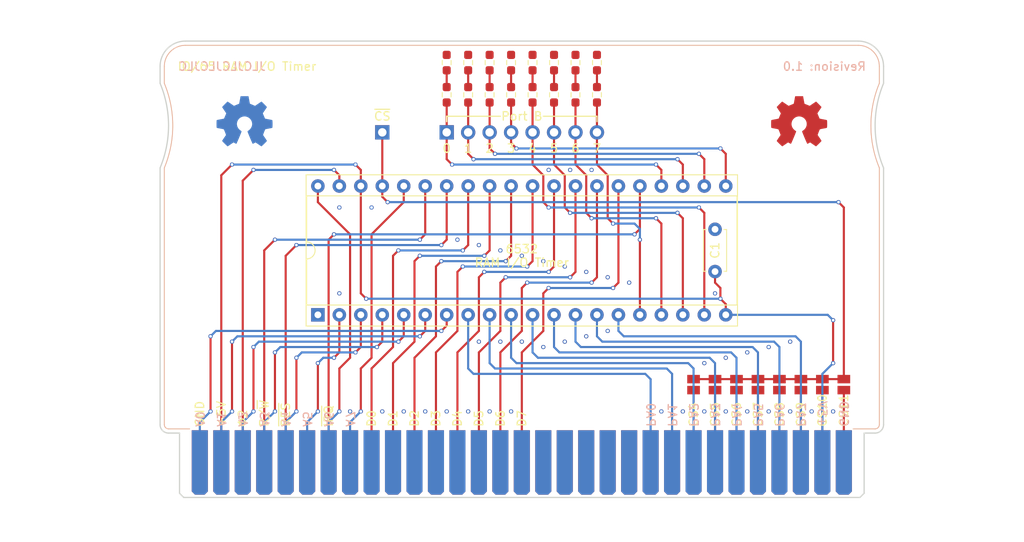
<source format=kicad_pcb>
(kicad_pcb (version 20211014) (generator pcbnew)
  (layers (0 "F.Cu" signal) (31 "B.Cu" signal) (34 "B.Paste" user) (35 "F.Paste" user) (36 "B.SilkS" user "B.Silkscreen") (37 "F.SilkS" user "F.Silkscreen") (38 "B.Mask" user) (39 "F.Mask" user) (44 "Edge.Cuts" user))
  (net 0 "")
  (net 1 "GND")
  (net 2 "Φ2")
  (net 3 "R{slash}~{W}")
  (net 4 "~{RES}")
  (net 6 "~{IRQ}")
  (net 8 "D7")
  (net 9 "D6")
  (net 10 "D5")
  (net 11 "D4")
  (net 12 "D3")
  (net 13 "D2")
  (net 14 "D1")
  (net 15 "D0")
  (net 22 "CS10")
  (net 23 "CS11")
  (net 24 "CS4")
  (net 25 "CS5")
  (net 26 "CS6")
  (net 27 "CS7")
  (net 28 "CS8")
  (net 29 "CS9")
  (net 38 "A7")
  (net 39 "A6")
  (net 40 "A5")
  (net 41 "A4")
  (net 42 "A3")
  (net 43 "A2")
  (net 44 "A1")
  (net 45 "A0")
  (net 46 "PA7")
  (net 47 "PA6")
  (net 48 "PA5")
  (net 49 "PA4")
  (net 50 "PA3")
  (net 51 "PA2")
  (net 52 "PA1")
  (net 53 "PA0")
  (net 56 "VCC")
  (net 61 "PB0")
  (net 62 "PB1")
  (net 63 "PB2")
  (net 64 "PB3")
  (net 65 "PB4")
  (net 66 "PB5")
  (net 67 "PB6")
  (net 68 "PB7")
  (net 69 "Net-(J2-Pad1)")
  (net 70 "Net-(D1-Pad1)")
  (net 71 "Net-(D2-Pad1)")
  (net 72 "Net-(D3-Pad1)")
  (net 73 "Net-(D4-Pad1)")
  (net 74 "Net-(D5-Pad1)")
  (net 75 "Net-(D6-Pad1)")
  (net 76 "Net-(D7-Pad1)")
  (net 77 "Net-(D8-Pad1)")
  (footprint "Resistor_SMD:R_0603_1608Metric_Pad0.98x0.95mm_HandSolder" (layer "F.Cu") (at -3.81 -20.955 90)
    (fp_text reference "R3" hide)
    (fp_text value "R" hide)
  )
  (footprint "Resistor_SMD:R_0603_1608Metric_Pad0.98x0.95mm_HandSolder" (layer "F.Cu") (at 1.27 -17.145 -90)
    (fp_text reference "D5" hide)
    (fp_text value "LED" hide)
  )
  (footprint "Resistor_SMD:R_0603_1608Metric_Pad0.98x0.95mm_HandSolder" (layer "F.Cu") (at -1.27 -20.955 90)
    (fp_text reference "R4" hide)
    (fp_text value "R" hide)
  )
  (footprint "Resistor_SMD:R_0603_1608Metric_Pad0.98x0.95mm_HandSolder" (layer "F.Cu") (at -6.35 -17.145 -90)
    (fp_text reference "D2" hide)
    (fp_text value "LED" hide)
  )
  (footprint "IO65:BUS_PC_M" (layer "F.Cu") (at 0 26.36)
    (fp_text reference "Edge1" hide)
    (fp_text value "Edge Connector" hide)
  )
  (footprint "Resistor_SMD:R_0603_1608Metric_Pad0.98x0.95mm_HandSolder" (layer "F.Cu") (at 6.35 -20.955 90)
    (fp_text reference "R7" hide)
    (fp_text value "R" hide)
  )
  (footprint "Jumper:SolderJumper-2_P1.3mm_Open_Pad1.0x1.5mm" (layer "F.Cu") (at 38.1 17.145 -90)
    (fp_text reference "JP8" hide)
    (fp_text value "SolderJumper_2_Open" hide)
  )
  (footprint "Resistor_SMD:R_0603_1608Metric_Pad0.98x0.95mm_HandSolder" (layer "F.Cu") (at -8.89 -17.145 -90)
    (fp_text reference "D1" hide)
    (fp_text value "LED" hide)
  )
  (footprint "Symbol:OSHW-Symbol_6.7x6mm_Copper" (layer "F.Cu") (at 32.8 -14)
    (fp_text reference "LogoFrontMask" hide)
    (fp_text value "OSHW-Symbol_6.7x6mm_Copper" hide)
  )
  (footprint "Resistor_SMD:R_0603_1608Metric_Pad0.98x0.95mm_HandSolder" (layer "F.Cu") (at 6.35 -17.145 -90)
    (fp_text reference "D7" hide)
    (fp_text value "LED" hide)
  )
  (footprint "Jumper:SolderJumper-2_P1.3mm_Open_Pad1.0x1.5mm" (layer "F.Cu") (at 25.4 17.145 -90)
    (fp_text reference "JP3" hide)
    (fp_text value "SolderJumper_2_Open" hide)
  )
  (footprint "Resistor_SMD:R_0603_1608Metric_Pad0.98x0.95mm_HandSolder" (layer "F.Cu") (at 3.81 -20.955 90)
    (fp_text reference "R6" hide)
    (fp_text value "R" hide)
  )
  (footprint "Package_DIP:DIP-40_W15.24mm_Socket" (layer "F.Cu") (at -24.13 8.89 90)
    (fp_text reference "U1" hide)
    (fp_text value "6532" hide)
  )
  (footprint "Resistor_SMD:R_0603_1608Metric_Pad0.98x0.95mm_HandSolder" (layer "F.Cu") (at -1.27 -17.145 -90)
    (fp_text reference "D4" hide)
    (fp_text value "LED" hide)
  )
  (footprint "Jumper:SolderJumper-2_P1.3mm_Open_Pad1.0x1.5mm" (layer "F.Cu") (at 35.56 17.145 -90)
    (fp_text reference "JP7" hide)
    (fp_text value "SolderJumper_2_Open" hide)
  )
  (footprint "Resistor_SMD:R_0603_1608Metric_Pad0.98x0.95mm_HandSolder" (layer "F.Cu") (at 1.27 -20.955 90)
    (fp_text reference "R5" hide)
    (fp_text value "R" hide)
  )
  (footprint "Resistor_SMD:R_0603_1608Metric_Pad0.98x0.95mm_HandSolder" (layer "F.Cu") (at -8.89 -20.955 90)
    (fp_text reference "R1" hide)
    (fp_text value "R" hide)
  )
  (footprint "Jumper:SolderJumper-2_P1.3mm_Open_Pad1.0x1.5mm" (layer "F.Cu") (at 33.02 17.145 -90)
    (fp_text reference "JP6" hide)
    (fp_text value "SolderJumper_2_Open" hide)
  )
  (footprint "Jumper:SolderJumper-2_P1.3mm_Open_Pad1.0x1.5mm" (layer "F.Cu") (at 27.94 17.145 -90)
    (fp_text reference "JP4" hide)
    (fp_text value "SolderJumper_2_Open" hide)
  )
  (footprint "Jumper:SolderJumper-2_P1.3mm_Open_Pad1.0x1.5mm" (layer "F.Cu") (at 20.32 17.145 -90)
    (fp_text reference "JP1" hide)
    (fp_text value "SolderJumper_2_Open" hide)
  )
  (footprint "Resistor_SMD:R_0603_1608Metric_Pad0.98x0.95mm_HandSolder" (layer "F.Cu") (at 3.81 -17.145 -90)
    (fp_text reference "D6" hide)
    (fp_text value "LED" hide)
  )
  (footprint "Capacitor_THT:C_Disc_D4.7mm_W2.5mm_P5.00mm" (layer "F.Cu") (at 22.86 3.77 90)
    (fp_text reference "C1")
    (fp_text value "0.1uF" hide)
  )
  (footprint "Resistor_SMD:R_0603_1608Metric_Pad0.98x0.95mm_HandSolder" (layer "F.Cu") (at 8.89 -20.955 90)
    (fp_text reference "R8" hide)
    (fp_text value "R" hide)
  )
  (footprint "Symbol:OSHW-Symbol_6.7x6mm_Copper" (layer "F.Cu") (at 32.8 -14)
    (fp_text reference "LogoFront" hide)
    (fp_text value "OSHW-Symbol_6.7x6mm_Copper" hide)
  )
  (footprint "Resistor_SMD:R_0603_1608Metric_Pad0.98x0.95mm_HandSolder" (layer "F.Cu") (at -3.81 -17.145 -90)
    (fp_text reference "D3" hide)
    (fp_text value "LED" hide)
  )
  (footprint "Resistor_SMD:R_0603_1608Metric_Pad0.98x0.95mm_HandSolder" (layer "F.Cu") (at -6.35 -20.955 90)
    (fp_text reference "R2" hide)
    (fp_text value "R" hide)
  )
  (footprint "Resistor_SMD:R_0603_1608Metric_Pad0.98x0.95mm_HandSolder" (layer "F.Cu") (at 8.89 -17.145 -90)
    (fp_text reference "D8" hide)
    (fp_text value "LED" hide)
  )
  (footprint "Jumper:SolderJumper-2_P1.3mm_Open_Pad1.0x1.5mm" (layer "F.Cu") (at 22.86 17.145 -90)
    (fp_text reference "JP2" hide)
    (fp_text value "SolderJumper_2_Open" hide)
  )
  (footprint "Jumper:SolderJumper-2_P1.3mm_Open_Pad1.0x1.5mm" (layer "F.Cu") (at 30.48 17.145 -90)
    (fp_text reference "JP5" hide)
    (fp_text value "SolderJumper_2_Open" hide)
  )
  (footprint "Connector_PinSocket_2.54mm:PinSocket_1x01_P2.54mm_Horizontal" (layer "B.Cu") (at -16.51 -12.7 -90)
    (fp_text reference "J2" hide)
    (fp_text value "Conn_01x01" hide)
  )
  (footprint "Symbol:OSHW-Symbol_6.7x6mm_Copper" (layer "B.Cu") (at -32.8 -14 180)
    (fp_text reference "LogoBack" hide)
    (fp_text value "OSHW-Symbol_6.7x6mm_Copper" hide)
  )
  (footprint "Connector_PinSocket_2.54mm:PinSocket_1x08_P2.54mm_Horizontal" (layer "B.Cu") (at -8.89 -12.7 -90)
    (fp_text reference "J1" hide)
    (fp_text value "Conn_01x08" hide)
  )
  (footprint "Symbol:OSHW-Symbol_6.7x6mm_Copper" (layer "B.Cu") (at -32.8 -14 180)
    (fp_text reference "LogoBackMask" hide)
    (fp_text value "OSHW-Symbol_6.7x6mm_Copper" hide)
  )
  (gr_arc (start 42.3 21.88) (mid 42.153553 22.233553) (end 41.8 22.38) (layer "B.SilkS") (width 0.1))
  (gr_line (start -39.8 -23) (end 39.8 -23) (layer "B.SilkS") (width 0.1))
  (gr_line (start 42.3 -8.5) (end 42.3 21.88) (layer "B.SilkS") (width 0.1))
  (gr_arc (start -41.8 22.38) (mid -42.153553 22.233553) (end -42.3 21.88) (layer "B.SilkS") (width 0.1))
  (gr_line (start 42.3 -20.5) (end 42.3 -18.5) (layer "B.SilkS") (width 0.1))
  (gr_line (start -41.8 22.38) (end -39.3 22.38) (layer "B.SilkS") (width 0.1))
  (gr_arc (start -42.3 -20.5) (mid -41.567767 -22.267767) (end -39.8 -23) (layer "B.SilkS") (width 0.1))
  (gr_line (start -42.3 -20.5) (end -42.3 -18.5) (layer "B.SilkS") (width 0.1))
  (gr_arc (start 42.3 -8.5) (mid 41.300901 -13.5) (end 42.3 -18.5) (layer "B.SilkS") (width 0.1))
  (gr_arc (start 39.8 -23) (mid 41.567767 -22.267767) (end 42.3 -20.5) (layer "B.SilkS") (width 0.1))
  (gr_line (start -42.3 21.88) (end -42.3 -8.5) (layer "B.SilkS") (width 0.1))
  (gr_arc (start -42.3 -18.5) (mid -41.300901 -13.5) (end -42.3 -8.5) (layer "B.SilkS") (width 0.1))
  (gr_line (start 41.8 22.38) (end 39.2 22.38) (layer "B.SilkS") (width 0.1))
  (gr_line (start -8.89 -13.97) (end -8.89 -14.605) (layer "F.SilkS") (width 0.15))
  (gr_arc (start -42.3 -20.5) (mid -41.567767 -22.267767) (end -39.8 -23) (layer "F.SilkS") (width 0.1))
  (gr_line (start -39.8 -23) (end 39.8 -23) (layer "F.SilkS") (width 0.1))
  (gr_line (start 41.8 22.38) (end 39.2 22.38) (layer "F.SilkS") (width 0.1))
  (gr_arc (start -41.8 22.38) (mid -42.153553 22.233553) (end -42.3 21.88) (layer "F.SilkS") (width 0.1))
  (gr_arc (start 42.3 21.88) (mid 42.153553 22.233553) (end 41.8 22.38) (layer "F.SilkS") (width 0.1))
  (gr_line (start 42.3 -20.5) (end 42.3 -18.5) (layer "F.SilkS") (width 0.1))
  (gr_arc (start -42.3 -18.5) (mid -41.300901 -13.5) (end -42.3 -8.5) (layer "F.SilkS") (width 0.1))
  (gr_arc (start 42.3 -8.5) (mid 41.300901 -13.5) (end 42.3 -18.5) (layer "F.SilkS") (width 0.1))
  (gr_line (start -42.3 -20.5) (end -42.3 -18.5) (layer "F.SilkS") (width 0.1))
  (gr_line (start 8.89 -13.97) (end 8.89 -14.605) (layer "F.SilkS") (width 0.15))
  (gr_arc (start 39.8 -23) (mid 41.567767 -22.267767) (end 42.3 -20.5) (layer "F.SilkS") (width 0.1))
  (gr_line (start 42.3 -8.5) (end 42.3 21.88) (layer "F.SilkS") (width 0.1))
  (gr_line (start -42.3 21.88) (end -42.3 -8.5) (layer "F.SilkS") (width 0.1))
  (gr_line (start 8.89 -14.605) (end 2.54 -14.605) (layer "F.SilkS") (width 0.15))
  (gr_line (start -8.89 -14.605) (end -2.54 -14.605) (layer "F.SilkS") (width 0.15))
  (gr_line (start -41.8 22.38) (end -39.3 22.38) (layer "F.SilkS") (width 0.1))
  (gr_arc (start 42.8 21.88) (mid 42.507107 22.587107) (end 41.8 22.88) (layer "Edge.Cuts") (width 0.15))
  (gr_line (start 40.5 22.88) (end 40.5 30) (layer "Edge.Cuts") (width 0.15))
  (gr_line (start 40.5 22.88) (end 41.8 22.88) (layer "Edge.Cuts") (width 0.15))
  (gr_line (start -40.5 22.88) (end -40.5 30) (layer "Edge.Cuts") (width 0.15))
  (gr_arc (start 39.8 -23.5) (mid 41.92132 -22.62132) (end 42.8 -20.5) (layer "Edge.Cuts") (width 0.15))
  (gr_line (start -40.5 22.88) (end -41.8 22.88) (layer "Edge.Cuts") (width 0.15))
  (gr_line (start -42.8 21.88) (end -42.8 -8.5) (layer "Edge.Cuts") (width 0.15))
  (gr_line (start -40 30.5) (end 40 30.5) (layer "Edge.Cuts") (width 0.15))
  (gr_arc (start 42.8 -8.5) (mid 41.800901 -13.5) (end 42.8 -18.5) (layer "Edge.Cuts") (width 0.15))
  (gr_line (start -42.8 -20.5) (end -42.8 -18.5) (layer "Edge.Cuts") (width 0.15))
  (gr_line (start -40.5 30) (end -40 30.5) (layer "Edge.Cuts") (width 0.15))
  (gr_arc (start -42.8 -20.5) (mid -41.92132 -22.62132) (end -39.8 -23.5) (layer "Edge.Cuts") (width 0.15))
  (gr_line (start -39.8 -23.5) (end 39.8 -23.5) (layer "Edge.Cuts") (width 0.15))
  (gr_arc (start -41.8 22.88) (mid -42.507107 22.587107) (end -42.8 21.88) (layer "Edge.Cuts") (width 0.15))
  (gr_line (start 42.8 -20.5) (end 42.8 -18.5) (layer "Edge.Cuts") (width 0.15))
  (gr_line (start 40 30.5) (end 40.5 30) (layer "Edge.Cuts") (width 0.15))
  (gr_arc (start -42.8 -18.5) (mid -41.800901 -13.5) (end -42.8 -8.5) (layer "Edge.Cuts") (width 0.15))
  (gr_line (start 42.8 -8.5) (end 42.8 21.88) (layer "Edge.Cuts") (width 0.15))
  (gr_text "PA2" (at 20.32 22.225 270) (layer "B.SilkS") (effects (font (size 1 1)) (justify left mirror)))
  (gr_text "A4" (at -27.94 22.225 270) (layer "B.SilkS") (effects (font (size 1 1)) (justify left mirror)))
  (gr_text "A6" (at -22.86 22.225 270) (layer "B.SilkS") (effects (font (size 1 1)) (justify left mirror)))
  (gr_text "JLCJLCJLCJLC" (at -40.7 -20.5) (layer "B.SilkS") (effects (font (size 1 1)) (justify right mirror)))
  (gr_text "PA4" (at 25.4 22.225 270) (layer "B.SilkS") (effects (font (size 1 1)) (justify left mirror)))
  (gr_text "GND" (at 38.1 22.225 -90) (layer "B.SilkS") (effects (font (size 1 1)) (justify left mirror)))
  (gr_text "A3" (at -30.48 22.225 270) (layer "B.SilkS") (effects (font (size 1 1)) (justify left mirror)))
  (gr_text "+5V" (at 35.56 22.225 -90) (layer "B.SilkS") (effects (font (size 1 1)) (justify left mirror)))
  (gr_text "Revision: 1.0" (at 40.799995 -20.5) (layer "B.SilkS") (effects (font (size 1 1)) (justify left mirror)))
  (gr_text "A7" (at -20.32 22.225 270) (layer "B.SilkS") (effects (font (size 1 1)) (justify left mirror)))
  (gr_text "A5" (at -25.4 22.225 270) (layer "B.SilkS") (effects (font (size 1 1)) (justify left mirror)))
  (gr_text "PA5" (at 27.94 22.225 270) (layer "B.SilkS") (effects (font (size 1 1)) (justify left mirror)))
  (gr_text "PA7" (at 33.02 22.225 270) (layer "B.SilkS") (effects (font (size 1 1)) (justify left mirror)))
  (gr_text "PA0" (at 15.24 22.225 270) (layer "B.SilkS") (effects (font (size 1 1)) (justify left mirror)))
  (gr_text "PA3" (at 22.86 22.225 270) (layer "B.SilkS") (effects (font (size 1 1)) (justify left mirror)))
  (gr_text "A0" (at -38.1 22.225 270) (layer "B.SilkS") (effects (font (size 1 1)) (justify left mirror)))
  (gr_text "A2" (at -33.02 22.225 270) (layer "B.SilkS") (effects (font (size 1 1)) (justify left mirror)))
  (gr_text "PA6" (at 30.48 22.225 270) (layer "B.SilkS") (effects (font (size 1 1)) (justify left mirror)))
  (gr_text "PA1" (at 17.78 22.225 270) (layer "B.SilkS") (effects (font (size 1 1)) (justify left mirror)))
  (gr_text "A1" (at -35.56 22.225 270) (layer "B.SilkS") (effects (font (size 1 1)) (justify left mirror)))
  (gr_text "CS9" (at 33.02 22.225 90) (layer "F.SilkS") (effects (font (size 1 1)) (justify left)))
  (gr_text "" (at 15.24 -15.24) (layer "F.SilkS") (effects (font (size 1.27 1.27))))
  (gr_text "" (at 15.24 -15.24) (layer "F.SilkS") (effects (font (size 1.27 1.27))))
  (gr_text "" (at 20.32 -15.24) (layer "F.SilkS") (effects (font (size 1.27 1.27))))
  (gr_text "Port B" (at 0 -14.605) (layer "F.SilkS") (effects (font (size 1 1))))
  (gr_text "R/~{W}" (at -30.48 22.225 90) (layer "F.SilkS") (effects (font (size 1 1)) (justify left)))
  (gr_text "IO/65 RAM I/O Timer" (at -40.799999 -20.5) (layer "F.SilkS") (effects (font (size 1 1)) (justify left)))
  (gr_text "" (at 10.16 -15.24) (layer "F.SilkS") (effects (font (size 1.27 1.27))))
  (gr_text "" (at 40.64 -15.24) (layer "F.SilkS") (effects (font (size 1.27 1.27))))
  (gr_text "" (at -24.13 -10.795) (layer "F.SilkS") (effects (font (size 1.27 1.27))))
  (gr_text "6532\nRAM I/O Timer" (at 0 1.905) (layer "F.SilkS") (effects (font (size 1 1))))
  (gr_text "CS6" (at 25.4 22.225 90) (layer "F.SilkS") (effects (font (size 1 1)) (justify left)))
  (gr_text "" (at 33.02 -15.24) (layer "F.SilkS") (effects (font (size 1.27 1.27))))
  (gr_text "" (at 10.16 -15.24) (layer "F.SilkS") (effects (font (size 1.27 1.27))))
  (gr_text "" (at 38.1 -15.24) (layer "F.SilkS") (effects (font (size 1.27 1.27))))
  (gr_text "" (at 30.48 -15.24) (layer "F.SilkS") (effects (font (size 1.27 1.27))))
  (gr_text "" (at 25.4 -15.24) (layer "F.SilkS") (effects (font (size 1.27 1.27))))
  (gr_text "" (at 5.08 -15.24) (layer "F.SilkS") (effects (font (size 1.27 1.27))))
  (gr_text "" (at 12.7 -15.24) (layer "F.SilkS") (effects (font (size 1.27 1.27))))
  (gr_text "" (at 20.32 -15.24) (layer "F.SilkS") (effects (font (size 1.27 1.27))))
  (gr_text "CS7" (at 27.94 22.225 90) (layer "F.SilkS") (effects (font (size 1 1)) (justify left)))
  (gr_text "4" (at 1.27 -10.795) (layer "F.SilkS") (effects (font (size 1 1))))
  (gr_text "" (at 17.365 -9.495) (layer "F.SilkS") (effects (font (size 1.27 1.27))))
  (gr_text "" (at 12.7 -15.24) (layer "F.SilkS") (effects (font (size 1.27 1.27))))
  (gr_text "" (at 17.78 -15.24) (layer "F.SilkS") (effects (font (size 1.27 1.27))))
  (gr_text "" (at -24.13 -10.795) (layer "F.SilkS") (effects (font (size 1.27 1.27))))
  (gr_text "" (at 27.94 -15.24) (layer "F.SilkS") (effects (font (size 1.27 1.27))))
  (gr_text "7" (at 8.89 -10.795) (layer "F.SilkS") (effects (font (size 1 1))))
  (gr_text "" (at -19.05 -10.795) (layer "F.SilkS") (effects (font (size 1.27 1.27))))
  (gr_text "CS11" (at 38.1 22.225 90) (layer "F.SilkS") (effects (font (size 1 1)) (justify left)))
  (gr_text "CS8" (at 30.48 22.225 90) (layer "F.SilkS") (effects (font (size 1 1)) (justify left)))
  (gr_text "D4" (at -7.62 22.225 90) (layer "F.SilkS") (effects (font (size 1 1)) (justify left)))
  (gr_text "GND" (at -38.1 22.225 90) (layer "F.SilkS") (effects (font (size 1 1)) (justify left)))
  (gr_text "" (at 35.56 -15.24) (layer "F.SilkS") (effects (font (size 1.27 1.27))))
  (gr_text "CS10" (at 35.56 22.225 90) (layer "F.SilkS") (effects (font (size 1 1)) (justify left)))
  (gr_text "" (at 38.1 -15.24) (layer "F.SilkS") (effects (font (size 1.27 1.27))))
  (gr_text "~{IRQ}" (at -22.86 22.225 90) (layer "F.SilkS") (effects (font (size 1 1)) (justify left)))
  (gr_text "D1" (at -15.24 22.225 90) (layer "F.SilkS") (effects (font (size 1 1)) (justify left)))
  (gr_text "" (at 19.905 -9.495) (layer "F.SilkS") (effects (font (size 1.27 1.27))))
  (gr_text "~{RES}" (at -27.94 22.225 90) (layer "F.SilkS") (effects (font (size 1 1)) (justify left)))
  (gr_text "D7" (at 0 22.225 90) (layer "F.SilkS") (effects (font (size 1 1)) (justify left)))
  (gr_text "" (at -19.05 -10.795) (layer "F.SilkS") (effects (font (size 1.27 1.27))))
  (gr_text "D6" (at -2.54 22.225 90) (layer "F.SilkS") (effects (font (size 1 1)) (justify left)))
  (gr_text "1" (at -6.35 -10.795) (layer "F.SilkS") (effects (font (size 1 1))))
  (gr_text "" (at 25.4 -15.24) (layer "F.SilkS") (effects (font (size 1.27 1.27))))
  (gr_text "6" (at 6.35 -10.795) (layer "F.SilkS") (effects (font (size 1 1))))
  (gr_text "D3" (at -10.16 22.225 90) (layer "F.SilkS") (effects (font (size 1 1)) (justify left)))
  (gr_text "3" (at -1.27 -10.795) (layer "F.SilkS") (effects (font (size 1 1))))
  (gr_text "Φ2" (at -33.02 22.225 90) (layer "F.SilkS") (effects (font (size 1 1)) (justify left)))
  (gr_text "" (at 19.905 -9.495) (layer "F.SilkS") (effects (font (size 1.27 1.27))))
  (gr_text "D2" (at -12.7 22.225 90) (layer "F.SilkS") (effects (font (size 1 1)) (justify left)))
  (gr_text "" (at 7.62 -15.24) (layer "F.SilkS") (effects (font (size 1.27 1.27))))
  (gr_text "" (at 5.08 -15.24) (layer "F.SilkS") (effects (font (size 1.27 1.27))))
  (gr_text "" (at 40.64 -15.24) (layer "F.SilkS") (effects (font (size 1.27 1.27))))
  (gr_text "" (at 33.02 -15.24) (layer "F.SilkS") (effects (font (size 1.27 1.27))))
  (gr_text "" (at 22.445 -9.495) (layer "F.SilkS") (effects (font (size 1.27 1.27))))
  (gr_text "D5" (at -5.08 22.225 90) (layer "F.SilkS") (effects (font (size 1 1)) (justify left)))
  (gr_text "2" (at -3.81 -10.795) (layer "F.SilkS") (effects (font (size 1 1))))
  (gr_text "" (at 7.62 -15.24) (layer "F.SilkS") (effects (font (size 1.27 1.27))))
  (gr_text "CS4" (at 20.32 22.225 90) (layer "F.SilkS") (effects (font (size 1 1)) (justify left)))
  (gr_text "" (at 35.56 -15.24) (layer "F.SilkS") (effects (font (size 1.27 1.27))))
  (gr_text "CS5" (at 22.86 22.225 90) (layer "F.SilkS") (effects (font (size 1 1)) (justify left)))
  (gr_text "5" (at 3.81 -10.795) (layer "F.SilkS") (effects (font (size 1 1))))
  (gr_text "" (at 22.86 -15.24) (layer "F.SilkS") (effects (font (size 1.27 1.27))))
  (gr_text "" (at 27.94 -15.24) (layer "F.SilkS") (effects (font (size 1.27 1.27))))
  (gr_text "+5V" (at -35.56 22.225 90) (layer "F.SilkS") (effects (font (size 1 1)) (justify left)))
  (gr_text "D0" (at -17.78 22.225 90) (layer "F.SilkS") (effects (font (size 1 1)) (justify left)))
  (gr_text "" (at 17.365 -9.495) (layer "F.SilkS") (effects (font (size 1.27 1.27))))
  (gr_text "" (at 17.78 -15.24) (layer "F.SilkS") (effects (font (size 1.27 1.27))))
  (gr_text "" (at -21.59 -10.795) (layer "F.SilkS") (effects (font (size 1.27 1.27))))
  (gr_text "" (at 30.48 -15.24) (layer "F.SilkS") (effects (font (size 1.27 1.27))))
  (gr_text "" (at 22.445 -9.495) (layer "F.SilkS") (effects (font (size 1.27 1.27))))
  (gr_text "" (at -21.59 -10.795) (layer "F.SilkS") (effects (font (size 1.27 1.27))))
  (gr_text "0" (at -8.89 -10.795) (layer "F.SilkS") (effects (font (size 1 1))))
  (gr_text "~{CS}" (at -16.51 -14.605) (layer "F.SilkS") (effects (font (size 1 1))))
  (gr_text "" (at 22.86 -15.24) (layer "F.SilkS") (effects (font (size 1.27 1.27))))
  (via (at 31.75 12.065) (size 0.5) (drill 0.3) (layers "F.Cu" "B.Cu") (net 1))
  (via (at 24.13 13.97) (size 0.5) (drill 0.3) (layers "F.Cu" "B.Cu") (net 1))
  (via (at -7.62 0) (size 0.5) (drill 0.3) (layers "F.Cu" "B.Cu") (net 1))
  (via (at 29.21 20.32) (size 0.5) (drill 0.3) (layers "F.Cu" "B.Cu") (net 1))
  (via (at -5.08 12.065) (size 0.5) (drill 0.3) (layers "F.Cu" "B.Cu") (net 1))
  (via (at -20.32 20.32) (size 0.5) (drill 0.3) (layers "F.Cu" "B.Cu") (net 1))
  (via (at 26.67 20.32) (size 0.5) (drill 0.3) (layers "F.Cu" "B.Cu") (net 1))
  (via (at -2.54 12.065) (size 0.5) (drill 0.3) (layers "F.Cu" "B.Cu") (net 1))
  (via (at -2.54 1.27) (size 0.5) (drill 0.3) (layers "F.Cu" "B.Cu") (net 1))
  (via (at 5.08 12.065) (size 0.5) (drill 0.3) (layers "F.Cu" "B.Cu") (net 1))
  (via (at 21.59 20.32) (size 0.5) (drill 0.3) (layers "F.Cu" "B.Cu") (net 1))
  (via (at 34.29 20.32) (size 0.5) (drill 0.3) (layers "F.Cu" "B.Cu") (net 1))
  (via (at 2.54 2.54) (size 0.5) (drill 0.3) (layers "F.Cu" "B.Cu") (net 1))
  (via (at 31.75 20.32) (size 0.5) (drill 0.3) (layers "F.Cu" "B.Cu") (net 1))
  (via (at 2.54 12.7) (size 0.5) (drill 0.3) (layers "F.Cu" "B.Cu") (net 1))
  (via (at -3.81 20.32) (size 0.5) (drill 0.3) (layers "F.Cu" "B.Cu") (net 1))
  (via (at 36.83 20.32) (size 0.5) (drill 0.3) (layers "F.Cu" "B.Cu") (net 1))
  (via (at -11.43 20.32) (size 0.5) (drill 0.3) (layers "F.Cu" "B.Cu") (net 1))
  (via (at 16.51 20.32) (size 0.5) (drill 0.3) (layers "F.Cu" "B.Cu") (net 1))
  (via (at -13.97 20.32) (size 0.5) (drill 0.3) (layers "F.Cu" "B.Cu") (net 1))
  (via (at -17.78 -3.81) (size 0.5) (drill 0.3) (layers "F.Cu" "B.Cu") (net 1))
  (via (at -21.59 6.35) (size 0.5) (drill 0.3) (layers "F.Cu" "B.Cu") (net 1))
  (via (at 19.05 20.32) (size 0.5) (drill 0.3) (layers "F.Cu" "B.Cu") (net 1))
  (via (at -16.51 20.32) (size 0.5) (drill 0.3) (layers "F.Cu" "B.Cu") (net 1))
  (via (at 7.62 3.81) (size 0.5) (drill 0.3) (layers "F.Cu" "B.Cu") (net 1))
  (via (at 10.16 10.795) (size 0.5) (drill 0.3) (layers "F.Cu" "B.Cu") (net 1))
  (via (at -21.59 -3.81) (size 0.5) (drill 0.3) (layers "F.Cu" "B.Cu") (net 1))
  (via (at 0 1.905) (size 0.5) (drill 0.3) (layers "F.Cu" "B.Cu") (net 1))
  (via (at -1.27 20.32) (size 0.5) (drill 0.3) (layers "F.Cu" "B.Cu") (net 1))
  (via (at -6.35 20.32) (size 0.5) (drill 0.3) (layers "F.Cu" "B.Cu") (net 1))
  (via (at 5.715 -8.255) (size 0.5) (drill 0.3) (layers "F.Cu" "B.Cu") (net 1))
  (via (at 3.175 -8.255) (size 0.5) (drill 0.3) (layers "F.Cu" "B.Cu") (net 1))
  (via (at 7.62 11.43) (size 0.5) (drill 0.3) (layers "F.Cu" "B.Cu") (net 1))
  (via (at 29.21 12.7) (size 0.5) (drill 0.3) (layers "F.Cu" "B.Cu") (net 1))
  (via (at 24.13 20.32) (size 0.5) (drill 0.3) (layers "F.Cu" "B.Cu") (net 1))
  (via (at -8.89 20.32) (size 0.5) (drill 0.3) (layers "F.Cu" "B.Cu") (net 1))
  (via (at 21.59 14.605) (size 0.5) (drill 0.3) (layers "F.Cu" "B.Cu") (net 1))
  (via (at 5.08 3.175) (size 0.5) (drill 0.3) (layers "F.Cu" "B.Cu") (net 1))
  (via (at -5.08 0.635) (size 0.5) (drill 0.3) (layers "F.Cu" "B.Cu") (net 1))
  (via (at 26.67 13.335) (size 0.5) (drill 0.3) (layers "F.Cu" "B.Cu") (net 1))
  (via (at 0 12.065) (size 0.5) (drill 0.3) (layers "F.Cu" "B.Cu") (net 1))
  (via (at 10.16 4.445) (size 0.5) (drill 0.3) (layers "F.Cu" "B.Cu") (net 1))
  (via (at 22.86 6.35) (size 0.5) (drill 0.3) (layers "F.Cu" "B.Cu") (net 1))
  (via (at 12.7 5.08) (size 0.5) (drill 0.3) (layers "F.Cu" "B.Cu") (net 1))
  (via (at 8.255 -8.255) (size 0.5) (drill 0.3) (layers "F.Cu" "B.Cu") (net 1))
  (segment (start -21.59 -7.62) (end -21.59 -6.35) (width 0.25) (layer "F.Cu") (net 2))
  (segment (start -33.02 -6.985) (end -33.02 26.36) (width 0.25) (layer "F.Cu") (net 2))
  (segment (start -31.75 -8.255) (end -33.02 -6.985) (width 0.25) (layer "F.Cu") (net 2))
  (segment (start -22.225 -8.255) (end -21.59 -7.62) (width 0.25) (layer "F.Cu") (net 2))
  (via (at -31.75 -8.255) (size 0.5) (drill 0.3) (layers "F.Cu" "B.Cu") (net 2))
  (via (at -22.225 -8.255) (size 0.5) (drill 0.3) (layers "F.Cu" "B.Cu") (net 2))
  (segment (start -31.75 -8.255) (end -22.225 -8.255) (width 0.25) (layer "B.Cu") (net 2))
  (segment (start -12.065 0) (end -11.43 -0.635) (width 0.25) (layer "F.Cu") (net 3))
  (segment (start -30.48 1.27) (end -29.21 0) (width 0.25) (layer "F.Cu") (net 3))
  (segment (start -30.48 26.36) (end -30.48 1.27) (width 0.25) (layer "F.Cu") (net 3))
  (segment (start -11.43 -0.635) (end -11.43 -6.35) (width 0.25) (layer "F.Cu") (net 3))
  (via (at -12.065 0) (size 0.5) (drill 0.3) (layers "F.Cu" "B.Cu") (net 3))
  (via (at -29.21 0) (size 0.5) (drill 0.3) (layers "F.Cu" "B.Cu") (net 3))
  (segment (start -29.21 0) (end -12.065 0) (width 0.25) (layer "B.Cu") (net 3))
  (segment (start -27.94 1.905) (end -26.67 0.635) (width 0.25) (layer "F.Cu") (net 4))
  (segment (start -9.525 0.635) (end -8.89 0) (width 0.25) (layer "F.Cu") (net 4))
  (segment (start -8.89 0) (end -8.89 -6.35) (width 0.25) (layer "F.Cu") (net 4))
  (segment (start -27.94 26.36) (end -27.94 1.905) (width 0.25) (layer "F.Cu") (net 4))
  (via (at -9.525 0.635) (size 0.5) (drill 0.3) (layers "F.Cu" "B.Cu") (net 4))
  (via (at -26.67 0.635) (size 0.5) (drill 0.3) (layers "F.Cu" "B.Cu") (net 4))
  (segment (start -26.67 0.635) (end -9.525 0.635) (width 0.25) (layer "B.Cu") (net 4))
  (segment (start 13.335 -0.635) (end 13.97 -1.27) (width 0.25) (layer "F.Cu") (net 6))
  (segment (start 13.97 -1.27) (end 13.97 -6.35) (width 0.25) (layer "F.Cu") (net 6))
  (segment (start -22.86 0) (end -22.225 -0.635) (width 0.25) (layer "F.Cu") (net 6))
  (segment (start -22.86 26.36) (end -22.86 0) (width 0.25) (layer "F.Cu") (net 6))
  (via (at 13.335 -0.635) (size 0.5) (drill 0.3) (layers "F.Cu" "B.Cu") (net 6))
  (via (at -22.225 -0.635) (size 0.5) (drill 0.3) (layers "F.Cu" "B.Cu") (net 6))
  (segment (start -22.225 -0.635) (end 13.335 -0.635) (width 0.25) (layer "B.Cu") (net 6))
  (segment (start 0 26.36) (end 0 13.335) (width 0.25) (layer "F.Cu") (net 8))
  (segment (start 2.54 6.35) (end 3.175 5.715) (width 0.25) (layer "F.Cu") (net 8))
  (segment (start 10.795 5.715) (end 11.43 5.08) (width 0.25) (layer "F.Cu") (net 8))
  (segment (start 0 13.335) (end 2.54 10.795) (width 0.25) (layer "F.Cu") (net 8))
  (segment (start 11.43 5.08) (end 11.43 -6.35) (width 0.25) (layer "F.Cu") (net 8))
  (segment (start 2.54 10.795) (end 2.54 6.35) (width 0.25) (layer "F.Cu") (net 8))
  (via (at 3.175 5.715) (size 0.5) (drill 0.3) (layers "F.Cu" "B.Cu") (net 8))
  (via (at 10.795 5.715) (size 0.5) (drill 0.3) (layers "F.Cu" "B.Cu") (net 8))
  (segment (start 3.175 5.715) (end 10.795 5.715) (width 0.25) (layer "B.Cu") (net 8))
  (segment (start 8.89 4.445) (end 8.89 -6.35) (width 0.25) (layer "F.Cu") (net 9))
  (segment (start 0 5.715) (end 0.635 5.08) (width 0.25) (layer "F.Cu") (net 9))
  (segment (start 8.255 5.08) (end 8.89 4.445) (width 0.25) (layer "F.Cu") (net 9))
  (segment (start -2.54 26.36) (end -2.54 13.335) (width 0.25) (layer "F.Cu") (net 9))
  (segment (start -2.54 13.335) (end 0 10.795) (width 0.25) (layer "F.Cu") (net 9))
  (segment (start 0 10.795) (end 0 5.715) (width 0.25) (layer "F.Cu") (net 9))
  (via (at 0.635 5.08) (size 0.5) (drill 0.3) (layers "F.Cu" "B.Cu") (net 9))
  (via (at 8.255 5.08) (size 0.5) (drill 0.3) (layers "F.Cu" "B.Cu") (net 9))
  (segment (start 0.635 5.08) (end 8.255 5.08) (width 0.25) (layer "B.Cu") (net 9))
  (segment (start -5.08 13.335) (end -2.54 10.795) (width 0.25) (layer "F.Cu") (net 10))
  (segment (start 5.715 4.445) (end 6.35 3.81) (width 0.25) (layer "F.Cu") (net 10))
  (segment (start 6.35 3.81) (end 6.35 -6.35) (width 0.25) (layer "F.Cu") (net 10))
  (segment (start -5.08 26.36) (end -5.08 13.335) (width 0.25) (layer "F.Cu") (net 10))
  (segment (start -2.54 5.08) (end -1.905 4.445) (width 0.25) (layer "F.Cu") (net 10))
  (segment (start -2.54 10.795) (end -2.54 5.08) (width 0.25) (layer "F.Cu") (net 10))
  (via (at -1.905 4.445) (size 0.5) (drill 0.3) (layers "F.Cu" "B.Cu") (net 10))
  (via (at 5.715 4.445) (size 0.5) (drill 0.3) (layers "F.Cu" "B.Cu") (net 10))
  (segment (start -1.905 4.445) (end 5.715 4.445) (width 0.25) (layer "B.Cu") (net 10))
  (segment (start -5.08 4.445) (end -4.445 3.81) (width 0.25) (layer "F.Cu") (net 11))
  (segment (start -7.62 13.335) (end -5.08 10.795) (width 0.25) (layer "F.Cu") (net 11))
  (segment (start 3.175 3.81) (end 3.81 3.175) (width 0.25) (layer "F.Cu") (net 11))
  (segment (start 3.81 3.175) (end 3.81 -6.35) (width 0.25) (layer "F.Cu") (net 11))
  (segment (start -5.08 10.795) (end -5.08 4.445) (width 0.25) (layer "F.Cu") (net 11))
  (segment (start -7.62 26.36) (end -7.62 13.335) (width 0.25) (layer "F.Cu") (net 11))
  (via (at 3.175 3.81) (size 0.5) (drill 0.3) (layers "F.Cu" "B.Cu") (net 11))
  (via (at -4.445 3.81) (size 0.5) (drill 0.3) (layers "F.Cu" "B.Cu") (net 11))
  (segment (start -4.445 3.81) (end 3.175 3.81) (width 0.25) (layer "B.Cu") (net 11))
  (segment (start 1.27 2.54) (end 1.27 -6.35) (width 0.25) (layer "F.Cu") (net 12))
  (segment (start -10.16 26.36) (end -10.16 13.335) (width 0.25) (layer "F.Cu") (net 12))
  (segment (start 0.635 3.175) (end 1.27 2.54) (width 0.25) (layer "F.Cu") (net 12))
  (segment (start -7.62 10.795) (end -7.62 3.81) (width 0.25) (layer "F.Cu") (net 12))
  (segment (start -10.16 13.335) (end -7.62 10.795) (width 0.25) (layer "F.Cu") (net 12))
  (segment (start -7.62 3.81) (end -6.985 3.175) (width 0.25) (layer "F.Cu") (net 12))
  (via (at 0.635 3.175) (size 0.5) (drill 0.3) (layers "F.Cu" "B.Cu") (net 12))
  (via (at -6.985 3.175) (size 0.5) (drill 0.3) (layers "F.Cu" "B.Cu") (net 12))
  (segment (start -6.985 3.175) (end 0.635 3.175) (width 0.25) (layer "B.Cu") (net 12))
  (segment (start -12.7 26.36) (end -12.7 13.97) (width 0.25) (layer "F.Cu") (net 13))
  (segment (start -1.27 1.905) (end -1.27 -6.35) (width 0.25) (layer "F.Cu") (net 13))
  (segment (start -1.905 2.54) (end -1.27 1.905) (width 0.25) (layer "F.Cu") (net 13))
  (segment (start -12.7 13.97) (end -10.16 11.43) (width 0.25) (layer "F.Cu") (net 13))
  (segment (start -10.16 11.43) (end -10.16 3.175) (width 0.25) (layer "F.Cu") (net 13))
  (segment (start -10.16 3.175) (end -9.525 2.54) (width 0.25) (layer "F.Cu") (net 13))
  (via (at -1.905 2.54) (size 0.5) (drill 0.3) (layers "F.Cu" "B.Cu") (net 13))
  (via (at -9.525 2.54) (size 0.5) (drill 0.3) (layers "F.Cu" "B.Cu") (net 13))
  (segment (start -9.525 2.54) (end -1.905 2.54) (width 0.25) (layer "B.Cu") (net 13))
  (segment (start -3.81 1.27) (end -3.81 -6.35) (width 0.25) (layer "F.Cu") (net 14))
  (segment (start -12.7 2.54) (end -12.065 1.905) (width 0.25) (layer "F.Cu") (net 14))
  (segment (start -15.24 26.36) (end -15.24 14.605) (width 0.25) (layer "F.Cu") (net 14))
  (segment (start -15.24 14.605) (end -12.7 12.065) (width 0.25) (layer "F.Cu") (net 14))
  (segment (start -12.7 12.065) (end -12.7 2.54) (width 0.25) (layer "F.Cu") (net 14))
  (segment (start -4.445 1.905) (end -3.81 1.27) (width 0.25) (layer "F.Cu") (net 14))
  (via (at -12.065 1.905) (size 0.5) (drill 0.3) (layers "F.Cu" "B.Cu") (net 14))
  (via (at -4.445 1.905) (size 0.5) (drill 0.3) (layers "F.Cu" "B.Cu") (net 14))
  (segment (start -12.065 1.905) (end -4.445 1.905) (width 0.25) (layer "B.Cu") (net 14))
  (segment (start -17.78 15.24) (end -15.24 12.7) (width 0.25) (layer "F.Cu") (net 15))
  (segment (start -15.24 1.905) (end -14.605 1.27) (width 0.25) (layer "F.Cu") (net 15))
  (segment (start -17.78 26.36) (end -17.78 15.24) (width 0.25) (layer "F.Cu") (net 15))
  (segment (start -6.35 0.635) (end -6.35 -6.35) (width 0.25) (layer "F.Cu") (net 15))
  (segment (start -6.985 1.27) (end -6.35 0.635) (width 0.25) (layer "F.Cu") (net 15))
  (segment (start -15.24 12.7) (end -15.24 1.905) (width 0.25) (layer "F.Cu") (net 15))
  (via (at -14.605 1.27) (size 0.5) (drill 0.3) (layers "F.Cu" "B.Cu") (net 15))
  (via (at -6.985 1.27) (size 0.5) (drill 0.3) (layers "F.Cu" "B.Cu") (net 15))
  (segment (start -14.605 1.27) (end -6.985 1.27) (width 0.25) (layer "B.Cu") (net 15))
  (segment (start 35.56 17.795) (end 35.56 26.36) (width 0.25) (layer "F.Cu") (net 22))
  (segment (start 38.1 17.795) (end 38.1 26.36) (width 0.25) (layer "F.Cu") (net 23))
  (segment (start 20.32 17.795) (end 20.32 26.36) (width 0.25) (layer "F.Cu") (net 24))
  (segment (start 22.86 17.795) (end 22.86 26.36) (width 0.25) (layer "F.Cu") (net 25))
  (segment (start 25.4 17.795) (end 25.4 26.36) (width 0.25) (layer "F.Cu") (net 26))
  (segment (start 27.94 17.795) (end 27.94 26.36) (width 0.25) (layer "F.Cu") (net 27))
  (segment (start 30.48 17.795) (end 30.48 26.36) (width 0.25) (layer "F.Cu") (net 28))
  (segment (start 33.02 17.795) (end 33.02 26.36) (width 0.25) (layer "F.Cu") (net 29))
  (segment (start -19.05 20.32) (end -19.05 15.24) (width 0.25) (layer "F.Cu") (net 38))
  (segment (start -13.97 -4.445) (end -13.97 -6.35) (width 0.25) (layer "F.Cu") (net 38))
  (segment (start -17.78 -0.635) (end -13.97 -4.445) (width 0.25) (layer "F.Cu") (net 38))
  (segment (start -17.78 13.97) (end -17.78 -0.635) (width 0.25) (layer "F.Cu") (net 38))
  (segment (start -19.05 15.24) (end -17.78 13.97) (width 0.25) (layer "F.Cu") (net 38))
  (via (at -19.05 20.32) (size 0.5) (drill 0.3) (layers "F.Cu" "B.Cu") (net 38))
  (segment (start -20.32 21.59) (end -19.05 20.32) (width 0.25) (layer "B.Cu") (net 38))
  (segment (start -20.32 26.36) (end -20.32 21.59) (width 0.25) (layer "B.Cu") (net 38))
  (segment (start -21.59 20.32) (end -21.59 15.24) (width 0.25) (layer "F.Cu") (net 39))
  (segment (start -20.32 13.97) (end -20.32 -0.635) (width 0.25) (layer "F.Cu") (net 39))
  (segment (start -20.32 -0.635) (end -24.13 -4.445) (width 0.25) (layer "F.Cu") (net 39))
  (segment (start -24.13 -4.445) (end -24.13 -6.35) (width 0.25) (layer "F.Cu") (net 39))
  (segment (start -21.59 15.24) (end -20.32 13.97) (width 0.25) (layer "F.Cu") (net 39))
  (via (at -21.59 20.32) (size 0.5) (drill 0.3) (layers "F.Cu" "B.Cu") (net 39))
  (segment (start -22.86 21.59) (end -21.59 20.32) (width 0.25) (layer "B.Cu") (net 39))
  (segment (start -22.86 26.36) (end -22.86 21.59) (width 0.25) (layer "B.Cu") (net 39))
  (segment (start -21.59 8.89) (end -21.59 13.335) (width 0.25) (layer "F.Cu") (net 40))
  (segment (start -21.59 13.335) (end -22.225 13.97) (width 0.25) (layer "F.Cu") (net 40))
  (segment (start -24.13 14.605) (end -24.13 20.32) (width 0.25) (layer "F.Cu") (net 40))
  (via (at -22.225 13.97) (size 0.5) (drill 0.3) (layers "F.Cu" "B.Cu") (net 40))
  (via (at -24.13 20.32) (size 0.5) (drill 0.3) (layers "F.Cu" "B.Cu") (net 40))
  (via (at -24.13 14.605) (size 0.5) (drill 0.3) (layers "F.Cu" "B.Cu") (net 40))
  (segment (start -22.225 13.97) (end -23.495 13.97) (width 0.25) (layer "B.Cu") (net 40))
  (segment (start -25.4 21.59) (end -24.13 20.32) (width 0.25) (layer "B.Cu") (net 40))
  (segment (start -23.495 13.97) (end -24.13 14.605) (width 0.25) (layer "B.Cu") (net 40))
  (segment (start -25.4 26.36) (end -25.4 21.59) (width 0.25) (layer "B.Cu") (net 40))
  (segment (start -19.05 8.89) (end -19.05 12.7) (width 0.25) (layer "F.Cu") (net 41))
  (segment (start -26.67 13.97) (end -26.67 20.32) (width 0.25) (layer "F.Cu") (net 41))
  (segment (start -19.05 12.7) (end -19.685 13.335) (width 0.25) (layer "F.Cu") (net 41))
  (via (at -26.67 13.97) (size 0.5) (drill 0.3) (layers "F.Cu" "B.Cu") (net 41))
  (via (at -19.685 13.335) (size 0.5) (drill 0.3) (layers "F.Cu" "B.Cu") (net 41))
  (via (at -26.67 20.32) (size 0.5) (drill 0.3) (layers "F.Cu" "B.Cu") (net 41))
  (segment (start -19.685 13.335) (end -26.035 13.335) (width 0.25) (layer "B.Cu") (net 41))
  (segment (start -27.94 21.59) (end -26.67 20.32) (width 0.25) (layer "B.Cu") (net 41))
  (segment (start -26.035 13.335) (end -26.67 13.97) (width 0.25) (layer "B.Cu") (net 41))
  (segment (start -27.94 26.36) (end -27.94 21.59) (width 0.25) (layer "B.Cu") (net 41))
  (segment (start -29.21 13.335) (end -29.21 20.32) (width 0.25) (layer "F.Cu") (net 42))
  (segment (start -16.51 12.065) (end -17.145 12.7) (width 0.25) (layer "F.Cu") (net 42))
  (segment (start -16.51 8.89) (end -16.51 12.065) (width 0.25) (layer "F.Cu") (net 42))
  (via (at -29.21 20.32) (size 0.5) (drill 0.3) (layers "F.Cu" "B.Cu") (net 42))
  (via (at -29.21 13.335) (size 0.5) (drill 0.3) (layers "F.Cu" "B.Cu") (net 42))
  (via (at -17.145 12.7) (size 0.5) (drill 0.3) (layers "F.Cu" "B.Cu") (net 42))
  (segment (start -30.48 21.59) (end -29.21 20.32) (width 0.25) (layer "B.Cu") (net 42))
  (segment (start -17.145 12.7) (end -28.575 12.7) (width 0.25) (layer "B.Cu") (net 42))
  (segment (start -30.48 26.36) (end -30.48 21.59) (width 0.25) (layer "B.Cu") (net 42))
  (segment (start -28.575 12.7) (end -29.21 13.335) (width 0.25) (layer "B.Cu") (net 42))
  (segment (start -13.97 8.89) (end -13.97 11.43) (width 0.25) (layer "F.Cu") (net 43))
  (segment (start -13.97 11.43) (end -14.605 12.065) (width 0.25) (layer "F.Cu") (net 43))
  (segment (start -31.75 12.7) (end -31.75 20.32) (width 0.25) (layer "F.Cu") (net 43))
  (via (at -31.75 12.7) (size 0.5) (drill 0.3) (layers "F.Cu" "B.Cu") (net 43))
  (via (at -14.605 12.065) (size 0.5) (drill 0.3) (layers "F.Cu" "B.Cu") (net 43))
  (via (at -31.75 20.32) (size 0.5) (drill 0.3) (layers "F.Cu" "B.Cu") (net 43))
  (segment (start -33.02 26.36) (end -33.02 21.59) (width 0.25) (layer "B.Cu") (net 43))
  (segment (start -31.115 12.065) (end -31.75 12.7) (width 0.25) (layer "B.Cu") (net 43))
  (segment (start -33.02 21.59) (end -31.75 20.32) (width 0.25) (layer "B.Cu") (net 43))
  (segment (start -14.605 12.065) (end -31.115 12.065) (width 0.25) (layer "B.Cu") (net 43))
  (segment (start -11.43 10.795) (end -12.065 11.43) (width 0.25) (layer "F.Cu") (net 44))
  (segment (start -11.43 8.89) (end -11.43 10.795) (width 0.25) (layer "F.Cu") (net 44))
  (segment (start -34.29 12.065) (end -34.29 20.32) (width 0.25) (layer "F.Cu") (net 44))
  (via (at -34.29 12.065) (size 0.5) (drill 0.3) (layers "F.Cu" "B.Cu") (net 44))
  (via (at -34.29 20.32) (size 0.5) (drill 0.3) (layers "F.Cu" "B.Cu") (net 44))
  (via (at -12.065 11.43) (size 0.5) (drill 0.3) (layers "F.Cu" "B.Cu") (net 44))
  (segment (start -35.56 26.36) (end -35.56 21.59) (width 0.25) (layer "B.Cu") (net 44))
  (segment (start -12.065 11.43) (end -33.655 11.43) (width 0.25) (layer "B.Cu") (net 44))
  (segment (start -35.56 21.59) (end -34.29 20.32) (width 0.25) (layer "B.Cu") (net 44))
  (segment (start -33.655 11.43) (end -34.29 12.065) (width 0.25) (layer "B.Cu") (net 44))
  (segment (start -36.83 11.43) (end -36.83 20.32) (width 0.25) (layer "F.Cu") (net 45))
  (segment (start -8.89 10.16) (end -9.525 10.795) (width 0.25) (layer "F.Cu") (net 45))
  (segment (start -8.89 8.89) (end -8.89 10.16) (width 0.25) (layer "F.Cu") (net 45))
  (via (at -9.525 10.795) (size 0.5) (drill 0.3) (layers "F.Cu" "B.Cu") (net 45))
  (via (at -36.83 20.32) (size 0.5) (drill 0.3) (layers "F.Cu" "B.Cu") (net 45))
  (via (at -36.83 11.43) (size 0.5) (drill 0.3) (layers "F.Cu" "B.Cu") (net 45))
  (segment (start -38.1 26.36) (end -38.1 21.59) (width 0.25) (layer "B.Cu") (net 45))
  (segment (start -9.525 10.795) (end -36.195 10.795) (width 0.25) (layer "B.Cu") (net 45))
  (segment (start -36.195 10.795) (end -36.83 11.43) (width 0.25) (layer "B.Cu") (net 45))
  (segment (start -38.1 21.59) (end -36.83 20.32) (width 0.25) (layer "B.Cu") (net 45))
  (segment (start 33.02 12.065) (end 32.385 11.43) (width 0.25) (layer "B.Cu") (net 46))
  (segment (start 33.02 26.36) (end 33.02 12.065) (width 0.25) (layer "B.Cu") (net 46))
  (segment (start 12.065 11.43) (end 11.43 10.795) (width 0.25) (layer "B.Cu") (net 46))
  (segment (start 32.385 11.43) (end 12.065 11.43) (width 0.25) (layer "B.Cu") (net 46))
  (segment (start 11.43 10.795) (end 11.43 8.89) (width 0.25) (layer "B.Cu") (net 46))
  (segment (start 30.48 26.36) (end 30.48 12.7) (width 0.25) (layer "B.Cu") (net 47))
  (segment (start 8.89 11.43) (end 8.89 8.89) (width 0.25) (layer "B.Cu") (net 47))
  (segment (start 9.525 12.065) (end 8.89 11.43) (width 0.25) (layer "B.Cu") (net 47))
  (segment (start 29.845 12.065) (end 9.525 12.065) (width 0.25) (layer "B.Cu") (net 47))
  (segment (start 30.48 12.7) (end 29.845 12.065) (width 0.25) (layer "B.Cu") (net 47))
  (segment (start 27.94 26.36) (end 27.94 13.335) (width 0.25) (layer "B.Cu") (net 48))
  (segment (start 6.985 12.7) (end 6.35 12.065) (width 0.25) (layer "B.Cu") (net 48))
  (segment (start 27.305 12.7) (end 6.985 12.7) (width 0.25) (layer "B.Cu") (net 48))
  (segment (start 6.35 12.065) (end 6.35 8.89) (width 0.25) (layer "B.Cu") (net 48))
  (segment (start 27.94 13.335) (end 27.305 12.7) (width 0.25) (layer "B.Cu") (net 48))
  (segment (start 25.4 26.36) (end 25.4 13.97) (width 0.25) (layer "B.Cu") (net 49))
  (segment (start 3.81 12.7) (end 3.81 8.89) (width 0.25) (layer "B.Cu") (net 49))
  (segment (start 4.445 13.335) (end 3.81 12.7) (width 0.25) (layer "B.Cu") (net 49))
  (segment (start 24.765 13.335) (end 4.445 13.335) (width 0.25) (layer "B.Cu") (net 49))
  (segment (start 25.4 13.97) (end 24.765 13.335) (width 0.25) (layer "B.Cu") (net 49))
  (segment (start 22.86 26.36) (end 22.86 14.605) (width 0.25) (layer "B.Cu") (net 50))
  (segment (start 1.905 13.97) (end 1.27 13.335) (width 0.25) (layer "B.Cu") (net 50))
  (segment (start 1.27 13.335) (end 1.27 8.89) (width 0.25) (layer "B.Cu") (net 50))
  (segment (start 22.225 13.97) (end 1.905 13.97) (width 0.25) (layer "B.Cu") (net 50))
  (segment (start 22.86 14.605) (end 22.225 13.97) (width 0.25) (layer "B.Cu") (net 50))
  (segment (start -0.635 14.605) (end -1.27 13.97) (width 0.25) (layer "B.Cu") (net 51))
  (segment (start -1.27 13.97) (end -1.27 8.89) (width 0.25) (layer "B.Cu") (net 51))
  (segment (start 20.32 15.24) (end 19.685 14.605) (width 0.25) (layer "B.Cu") (net 51))
  (segment (start 20.32 26.36) (end 20.32 15.24) (width 0.25) (layer "B.Cu") (net 51))
  (segment (start 19.685 14.605) (end -0.635 14.605) (width 0.25) (layer "B.Cu") (net 51))
  (segment (start 17.78 26.36) (end 17.78 15.875) (width 0.25) (layer "B.Cu") (net 52))
  (segment (start 17.145 15.24) (end -3.175 15.24) (width 0.25) (layer "B.Cu") (net 52))
  (segment (start -3.81 14.605) (end -3.81 8.89) (width 0.25) (layer "B.Cu") (net 52))
  (segment (start -3.175 15.24) (end -3.81 14.605) (width 0.25) (layer "B.Cu") (net 52))
  (segment (start 17.78 15.875) (end 17.145 15.24) (width 0.25) (layer "B.Cu") (net 52))
  (segment (start -5.715 15.875) (end -6.35 15.24) (width 0.25) (layer "B.Cu") (net 53))
  (segment (start 15.24 16.51) (end 14.605 15.875) (width 0.25) (layer "B.Cu") (net 53))
  (segment (start 15.24 26.36) (end 15.24 16.51) (width 0.25) (layer "B.Cu") (net 53))
  (segment (start -6.35 15.24) (end -6.35 8.89) (width 0.25) (layer "B.Cu") (net 53))
  (segment (start 14.605 15.875) (end -5.715 15.875) (width 0.25) (layer "B.Cu") (net 53))
  (segment (start 23.495 5.715) (end 23.495 6.985) (width 0.25) (layer "F.Cu") (net 56))
  (segment (start -19.05 -6.35) (end -19.05 -8.255) (width 0.25) (layer "F.Cu") (net 56))
  (segment (start 22.86 5.08) (end 23.495 5.715) (width 0.25) (layer "F.Cu") (net 56))
  (segment (start -19.05 -6.35) (end -19.05 6.35) (width 0.25) (layer "F.Cu") (net 56))
  (segment (start -34.29 -8.89) (end -35.56 -7.62) (width 0.25) (layer "F.Cu") (net 56))
  (segment (start 36.83 14.605) (end 36.83 9.525) (width 0.25) (layer "F.Cu") (net 56))
  (segment (start 24.13 7.62) (end 24.13 8.89) (width 0.25) (layer "F.Cu") (net 56))
  (segment (start 23.495 6.985) (end 24.13 7.62) (width 0.25) (layer "F.Cu") (net 56))
  (segment (start -19.05 -8.255) (end -19.685 -8.89) (width 0.25) (layer "F.Cu") (net 56))
  (segment (start 22.86 3.77) (end 22.86 5.08) (width 0.25) (layer "F.Cu") (net 56))
  (segment (start -19.05 6.35) (end -18.415 6.985) (width 0.25) (layer "F.Cu") (net 56))
  (segment (start -35.56 -7.62) (end -35.56 26.36) (width 0.25) (layer "F.Cu") (net 56))
  (via (at 23.495 6.985) (size 0.5) (drill 0.3) (layers "F.Cu" "B.Cu") (net 56))
  (via (at -18.415 6.985) (size 0.5) (drill 0.3) (layers "F.Cu" "B.Cu") (net 56))
  (via (at 36.83 14.605) (size 0.5) (drill 0.3) (layers "F.Cu" "B.Cu") (net 56))
  (via (at 36.83 9.525) (size 0.5) (drill 0.3) (layers "F.Cu" "B.Cu") (net 56))
  (via (at -19.685 -8.89) (size 0.5) (drill 0.3) (layers "F.Cu" "B.Cu") (net 56))
  (via (at -34.29 -8.89) (size 0.5) (drill 0.3) (layers "F.Cu" "B.Cu") (net 56))
  (segment (start 36.83 14.605) (end 35.56 15.875) (width 0.25) (layer "B.Cu") (net 56))
  (segment (start -18.415 6.985) (end 23.495 6.985) (width 0.25) (layer "B.Cu") (net 56))
  (segment (start -19.685 -8.89) (end -34.29 -8.89) (width 0.25) (layer "B.Cu") (net 56))
  (segment (start 24.13 8.89) (end 36.195 8.89) (width 0.25) (layer "B.Cu") (net 56))
  (segment (start 35.56 15.875) (end 35.56 26.36) (width 0.25) (layer "B.Cu") (net 56))
  (segment (start 36.83 9.525) (end 36.195 8.89) (width 0.25) (layer "B.Cu") (net 56))
  (segment (start -8.89 -9.525) (end -8.89 -12.7) (width 0.25) (layer "F.Cu") (net 61))
  (segment (start -8.255 -8.89) (end -8.89 -9.525) (width 0.25) (layer "F.Cu") (net 61))
  (segment (start 16.51 -8.255) (end 15.875 -8.89) (width 0.25) (layer "F.Cu") (net 61))
  (segment (start 16.51 -6.35) (end 16.51 -8.255) (width 0.25) (layer "F.Cu") (net 61))
  (segment (start -8.89 -16.2325) (end -8.89 -12.7) (width 0.25) (layer "F.Cu") (net 61))
  (via (at -8.255 -8.89) (size 0.5) (drill 0.3) (layers "F.Cu" "B.Cu") (net 61))
  (via (at 15.875 -8.89) (size 0.5) (drill 0.3) (layers "F.Cu" "B.Cu") (net 61))
  (segment (start 15.875 -8.89) (end -8.255 -8.89) (width 0.25) (layer "B.Cu") (net 61))
  (segment (start 19.05 -8.89) (end 18.415 -9.525) (width 0.25) (layer "F.Cu") (net 62))
  (segment (start 19.05 -6.35) (end 19.05 -8.89) (width 0.25) (layer "F.Cu") (net 62))
  (segment (start -6.35 -10.16) (end -6.35 -12.7) (width 0.25) (layer "F.Cu") (net 62))
  (segment (start -6.35 -16.2325) (end -6.35 -12.7) (width 0.25) (layer "F.Cu") (net 62))
  (segment (start -5.715 -9.525) (end -6.35 -10.16) (width 0.25) (layer "F.Cu") (net 62))
  (via (at -5.715 -9.525) (size 0.5) (drill 0.3) (layers "F.Cu" "B.Cu") (net 62))
  (via (at 18.415 -9.525) (size 0.5) (drill 0.3) (layers "F.Cu" "B.Cu") (net 62))
  (segment (start 18.415 -9.525) (end -5.715 -9.525) (width 0.25) (layer "B.Cu") (net 62))
  (segment (start -3.81 -10.795) (end -3.81 -12.7) (width 0.25) (layer "F.Cu") (net 63))
  (segment (start 21.59 -9.525) (end 20.955 -10.16) (width 0.25) (layer "F.Cu") (net 63))
  (segment (start -3.175 -10.16) (end -3.81 -10.795) (width 0.25) (layer "F.Cu") (net 63))
  (segment (start 21.59 -6.35) (end 21.59 -9.525) (width 0.25) (layer "F.Cu") (net 63))
  (segment (start -3.81 -16.2325) (end -3.81 -12.7) (width 0.25) (layer "F.Cu") (net 63))
  (via (at 20.955 -10.16) (size 0.5) (drill 0.3) (layers "F.Cu" "B.Cu") (net 63))
  (via (at -3.175 -10.16) (size 0.5) (drill 0.3) (layers "F.Cu" "B.Cu") (net 63))
  (segment (start 20.955 -10.16) (end -3.175 -10.16) (width 0.25) (layer "B.Cu") (net 63))
  (segment (start -0.635 -10.795) (end -1.27 -11.43) (width 0.25) (layer "F.Cu") (net 64))
  (segment (start -1.27 -16.2325) (end -1.27 -12.7) (width 0.25) (layer "F.Cu") (net 64))
  (segment (start 24.13 -10.16) (end 23.495 -10.795) (width 0.25) (layer "F.Cu") (net 64))
  (segment (start 24.13 -6.35) (end 24.13 -10.16) (width 0.25) (layer "F.Cu") (net 64))
  (segment (start -1.27 -11.43) (end -1.27 -12.7) (width 0.25) (layer "F.Cu") (net 64))
  (via (at 23.495 -10.795) (size 0.5) (drill 0.3) (layers "F.Cu" "B.Cu") (net 64))
  (via (at -0.635 -10.795) (size 0.5) (drill 0.3) (layers "F.Cu" "B.Cu") (net 64))
  (segment (start 23.495 -10.795) (end -0.635 -10.795) (width 0.25) (layer "B.Cu") (net 64))
  (segment (start 2.54 -7.62) (end 2.54 -4.445) (width 0.25) (layer "F.Cu") (net 65))
  (segment (start 20.955 -3.81) (end 21.59 -3.175) (width 0.25) (layer "F.Cu") (net 65))
  (segment (start 1.27 -16.2325) (end 1.27 -12.7) (width 0.25) (layer "F.Cu") (net 65))
  (segment (start 2.54 -4.445) (end 3.175 -3.81) (width 0.25) (layer "F.Cu") (net 65))
  (segment (start 1.27 -8.89) (end 2.54 -7.62) (width 0.25) (layer "F.Cu") (net 65))
  (segment (start 1.27 -12.7) (end 1.27 -8.89) (width 0.25) (layer "F.Cu") (net 65))
  (segment (start 21.59 -3.175) (end 21.59 8.89) (width 0.25) (layer "F.Cu") (net 65))
  (via (at 3.175 -3.81) (size 0.5) (drill 0.3) (layers "F.Cu" "B.Cu") (net 65))
  (via (at 20.955 -3.81) (size 0.5) (drill 0.3) (layers "F.Cu" "B.Cu") (net 65))
  (segment (start 3.175 -3.81) (end 20.955 -3.81) (width 0.25) (layer "B.Cu") (net 65))
  (segment (start 5.08 -7.62) (end 5.08 -5.08) (width 0.25) (layer "F.Cu") (net 66))
  (segment (start 5.08 -3.81) (end 5.715 -3.175) (width 0.25) (layer "F.Cu") (net 66))
  (segment (start 3.81 -8.89) (end 5.08 -7.62) (width 0.25) (layer "F.Cu") (net 66))
  (segment (start 5.08 -5.08) (end 5.08 -3.81) (width 0.25) (layer "F.Cu") (net 66))
  (segment (start 18.415 -3.175) (end 19.05 -2.54) (width 0.25) (layer "F.Cu") (net 66))
  (segment (start 3.81 -12.7) (end 3.81 -8.89) (width 0.25) (layer "F.Cu") (net 66))
  (segment (start 3.81 -16.2325) (end 3.81 -12.7) (width 0.25) (layer "F.Cu") (net 66))
  (segment (start 19.05 -2.54) (end 19.05 8.89) (width 0.25) (layer "F.Cu") (net 66))
  (via (at 5.715 -3.175) (size 0.5) (drill 0.3) (layers "F.Cu" "B.Cu") (net 66))
  (via (at 18.415 -3.175) (size 0.5) (drill 0.3) (layers "F.Cu" "B.Cu") (net 66))
  (segment (start 5.715 -3.175) (end 18.415 -3.175) (width 0.25) (layer "B.Cu") (net 66))
  (segment (start 15.875 -2.54) (end 16.51 -1.905) (width 0.25) (layer "F.Cu") (net 67))
  (segment (start 16.51 -1.905) (end 16.51 8.89) (width 0.25) (layer "F.Cu") (net 67))
  (segment (start 6.35 -16.2325) (end 6.35 -12.7) (width 0.25) (layer "F.Cu") (net 67))
  (segment (start 7.62 -3.175) (end 8.255 -2.54) (width 0.25) (layer "F.Cu") (net 67))
  (segment (start 6.35 -12.7) (end 6.35 -8.89) (width 0.25) (layer "F.Cu") (net 67))
  (segment (start 6.35 -8.89) (end 7.62 -7.62) (width 0.25) (layer "F.Cu") (net 67))
  (segment (start 7.62 -7.62) (end 7.62 -3.175) (width 0.25) (layer "F.Cu") (net 67))
  (via (at 8.255 -2.54) (size 0.5) (drill 0.3) (layers "F.Cu" "B.Cu") (net 67))
  (via (at 15.875 -2.54) (size 0.5) (drill 0.3) (layers "F.Cu" "B.Cu") (net 67))
  (segment (start 8.255 -2.54) (end 15.875 -2.54) (width 0.25) (layer "B.Cu") (net 67))
  (segment (start 10.16 -7.62) (end 10.16 -2.54) (width 0.25) (layer "F.Cu") (net 68))
  (segment (start 10.16 -2.54) (end 10.795 -1.905) (width 0.25) (layer "F.Cu") (net 68))
  (segment (start 8.89 -8.89) (end 10.16 -7.62) (width 0.25) (layer "F.Cu") (net 68))
  (segment (start 13.97 0) (end 13.97 8.89) (width 0.25) (layer "F.Cu") (net 68))
  (segment (start 8.89 -12.7) (end 8.89 -8.89) (width 0.25) (layer "F.Cu") (net 68))
  (segment (start 8.89 -16.2325) (end 8.89 -12.7) (width 0.25) (layer "F.Cu") (net 68))
  (via (at 10.795 -1.905) (size 0.5) (drill 0.3) (layers "F.Cu" "B.Cu") (net 68))
  (via (at 13.97 0) (size 0.5) (drill 0.3) (layers "F.Cu" "B.Cu") (net 68))
  (segment (start 10.795 -1.905) (end 13.335 -1.905) (width 0.25) (layer "B.Cu") (net 68))
  (segment (start 13.97 -1.27) (end 13.97 0) (width 0.25) (layer "B.Cu") (net 68))
  (segment (start 13.335 -1.905) (end 13.97 -1.27) (width 0.25) (layer "B.Cu") (net 68))
  (segment (start 37.465 -4.445) (end 38.1 -3.81) (width 0.25) (layer "F.Cu") (net 69))
  (segment (start -16.51 -5.08) (end -15.875 -4.445) (width 0.25) (layer "F.Cu") (net 69))
  (segment (start -16.51 -6.35) (end -16.51 -5.08) (width 0.25) (layer "F.Cu") (net 69))
  (segment (start 25.4 16.495) (end 27.94 16.495) (width 0.25) (layer "F.Cu") (net 69))
  (segment (start 20.32 16.495) (end 22.86 16.495) (width 0.25) (layer "F.Cu") (net 69))
  (segment (start 27.94 16.495) (end 30.48 16.495) (width 0.25) (layer "F.Cu") (net 69))
  (segment (start 30.48 16.495) (end 33.02 16.495) (width 0.25) (layer "F.Cu") (net 69))
  (segment (start 38.1 -3.81) (end 38.1 16.495) (width 0.25) (layer "F.Cu") (net 69))
  (segment (start 38.1 16.495) (end 35.56 16.495) (width 0.25) (layer "F.Cu") (net 69))
  (segment (start 22.86 16.495) (end 25.4 16.495) (width 0.25) (layer "F.Cu") (net 69))
  (segment (start 33.02 16.495) (end 35.56 16.495) (width 0.25) (layer "F.Cu") (net 69))
  (segment (start -16.51 -12.7) (end -16.51 -6.35) (width 0.25) (layer "F.Cu") (net 69))
  (via (at 37.465 -4.445) (size 0.5) (drill 0.3) (layers "F.Cu" "B.Cu") (net 69))
  (via (at -15.875 -4.445) (size 0.5) (drill 0.3) (layers "F.Cu" "B.Cu") (net 69))
  (segment (start -15.875 -4.445) (end 37.465 -4.445) (width 0.25) (layer "B.Cu") (net 69))
  (segment (start -8.89 -20.0425) (end -8.89 -18.0575) (width 0.25) (layer "F.Cu") (net 70))
  (segment (start -6.35 -20.0425) (end -6.35 -18.0575) (width 0.25) (layer "F.Cu") (net 71))
  (segment (start -3.81 -20.0425) (end -3.81 -18.0575) (width 0.25) (layer "F.Cu") (net 72))
  (segment (start -1.27 -20.0425) (end -1.27 -18.0575) (width 0.25) (layer "F.Cu") (net 73))
  (segment (start 1.27 -20.0425) (end 1.27 -18.0575) (width 0.25) (layer "F.Cu") (net 74))
  (segment (start 3.81 -20.0425) (end 3.81 -18.0575) (width 0.25) (layer "F.Cu") (net 75))
  (segment (start 6.35 -20.0425) (end 6.35 -18.0575) (width 0.25) (layer "F.Cu") (net 76))
  (segment (start 8.89 -20.0425) (end 8.89 -18.0575) (width 0.25) (layer "F.Cu") (net 77))
)
</source>
